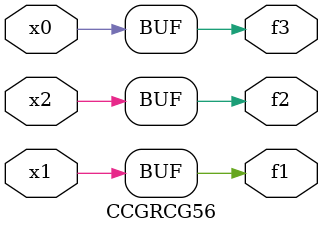
<source format=v>
module CCGRCG56(
	input x0, x1, x2,
	output f1, f2, f3
);
	assign f1 = x1;
	assign f2 = x2;
	assign f3 = x0;
endmodule

</source>
